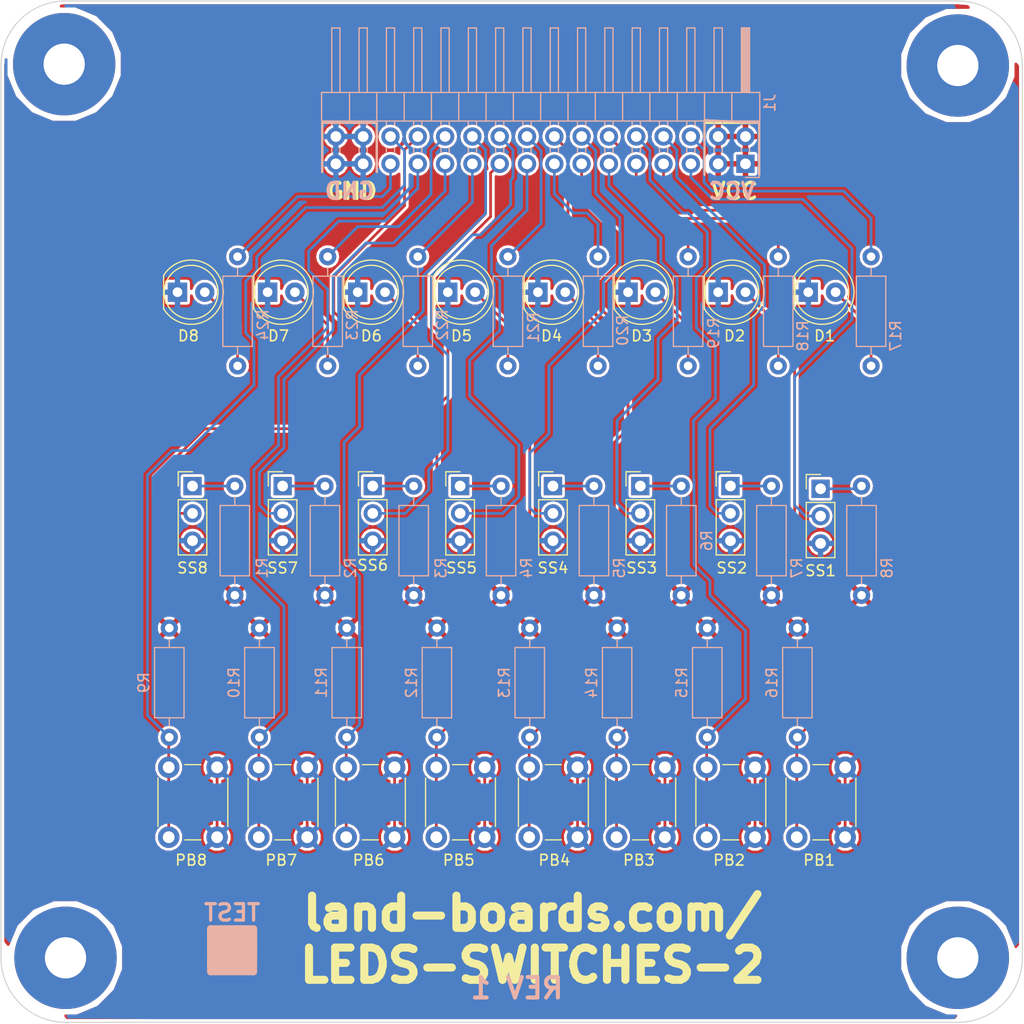
<source format=kicad_pcb>
(kicad_pcb (version 20171130) (host pcbnew "(5.1.5)-3")
  (title_block (title ESP32-VGA) (date 2020-02-19) (rev 2) (company land-boards.com))
  (layers (0 F.Cu signal) (31 B.Cu signal) (36 B.SilkS user) (37 F.SilkS user) (38 B.Mask user hide) (39 F.Mask user) (44 Edge.Cuts user))
  (net 0 "")
  (net 1 "Net-(D1-Pad2)")
  (net 2 "Net-(D2-Pad2)")
  (net 3 "Net-(D3-Pad2)")
  (net 4 "Net-(D4-Pad2)")
  (net 5 "Net-(D5-Pad2)")
  (net 6 "Net-(D6-Pad2)")
  (net 7 "Net-(D7-Pad2)")
  (net 8 "Net-(D8-Pad2)")
  (net 9 "Net-(R1-Pad2)")
  (net 10 "Net-(R2-Pad2)")
  (net 11 "Net-(R3-Pad2)")
  (net 12 "Net-(R4-Pad2)")
  (net 13 "Net-(R5-Pad2)")
  (net 14 "Net-(R6-Pad2)")
  (net 15 "Net-(R7-Pad2)")
  (net 16 "Net-(R8-Pad2)")
  (net 17 VCC)
  (net 18 /SS1)
  (net 19 /SS2)
  (net 20 /SS3)
  (net 21 /SS4)
  (net 22 /SS5)
  (net 23 /SS6)
  (net 24 /SS7)
  (net 25 /SS8)
  (net 26 /PB1)
  (net 27 /PB2)
  (net 28 /PB3)
  (net 29 /PB4)
  (net 30 /PB5)
  (net 31 /PB6)
  (net 32 /PB7)
  (net 33 /PB8)
  (net 34 /LED1)
  (net 35 /LED2)
  (net 36 /LED3)
  (net 37 /LED4)
  (net 38 /LED5)
  (net 39 /LED6)
  (net 40 /LED7)
  (net 41 GND)
  (net 42 /LED8)
  (module Resistor_THT:R_Axial_DIN0207_L6.3mm_D2.5mm_P10.16mm_Horizontal (layer B.Cu) (at 32.004 43.942 90)
    (fp_text reference R24 (at 3.81 2.37 270) (layer B.SilkS) (effects (justify mirror)))
    (fp_text value 560)
    (pad 2 thru_hole oval (at 10.16 0 90) (size 1.6 1.6) (drill 0.8) (layers *.Cu *.Mask) (net 42 /LED8))
    (pad 1 thru_hole circle (at 0 0 90) (size 1.6 1.6) (drill 0.8) (layers *.Cu *.Mask) (net 8 "Net-(D8-Pad2)"))
  )
  (module Connector_PinHeader_2.54mm:PinHeader_2x16_P2.54mm_Horizontal (layer B.Cu) (at 79.248 25.146 90)
    (fp_text reference J1 (at 5.655 2.27 90) (layer B.SilkS) (effects (justify mirror)))
    (fp_text value Conn_02x16_Odd_Even)
    (pad 1 thru_hole rect (at 0 0 90) (size 1.7 1.7) (drill 1) (layers *.Cu *.Mask) (net 17 VCC))
    (pad 2 thru_hole oval (at 2.54 0 90) (size 1.7 1.7) (drill 1) (layers *.Cu *.Mask) (net 17 VCC))
    (pad 3 thru_hole oval (at 0 -2.54 90) (size 1.7 1.7) (drill 1) (layers *.Cu *.Mask) (net 17 VCC))
    (pad 4 thru_hole oval (at 2.54 -2.54 90) (size 1.7 1.7) (drill 1) (layers *.Cu *.Mask) (net 17 VCC))
    (pad 5 thru_hole oval (at 0 -5.08 90) (size 1.7 1.7) (drill 1) (layers *.Cu *.Mask) (net 18 /SS1))
    (pad 6 thru_hole oval (at 2.54 -5.08 90) (size 1.7 1.7) (drill 1) (layers *.Cu *.Mask) (net 34 /LED1))
    (pad 7 thru_hole oval (at 0 -7.62 90) (size 1.7 1.7) (drill 1) (layers *.Cu *.Mask) (net 26 /PB1))
    (pad 8 thru_hole oval (at 2.54 -7.62 90) (size 1.7 1.7) (drill 1) (layers *.Cu *.Mask) (net 19 /SS2))
    (pad 9 thru_hole oval (at 0 -10.16 90) (size 1.7 1.7) (drill 1) (layers *.Cu *.Mask) (net 35 /LED2))
    (pad 10 thru_hole oval (at 2.54 -10.16 90) (size 1.7 1.7) (drill 1) (layers *.Cu *.Mask) (net 27 /PB2))
    (pad 11 thru_hole oval (at 0 -12.7 90) (size 1.7 1.7) (drill 1) (layers *.Cu *.Mask) (net 20 /SS3))
    (pad 12 thru_hole oval (at 2.54 -12.7 90) (size 1.7 1.7) (drill 1) (layers *.Cu *.Mask) (net 36 /LED3))
    (pad 13 thru_hole oval (at 0 -15.24 90) (size 1.7 1.7) (drill 1) (layers *.Cu *.Mask) (net 28 /PB3))
    (pad 14 thru_hole oval (at 2.54 -15.24 90) (size 1.7 1.7) (drill 1) (layers *.Cu *.Mask) (net 21 /SS4))
    (pad 15 thru_hole oval (at 0 -17.78 90) (size 1.7 1.7) (drill 1) (layers *.Cu *.Mask) (net 37 /LED4))
    (pad 16 thru_hole oval (at 2.54 -17.78 90) (size 1.7 1.7) (drill 1) (layers *.Cu *.Mask) (net 29 /PB4))
    (pad 17 thru_hole oval (at 0 -20.32 90) (size 1.7 1.7) (drill 1) (layers *.Cu *.Mask) (net 22 /SS5))
    (pad 18 thru_hole oval (at 2.54 -20.32 90) (size 1.7 1.7) (drill 1) (layers *.Cu *.Mask) (net 38 /LED5))
    (pad 19 thru_hole oval (at 0 -22.86 90) (size 1.7 1.7) (drill 1) (layers *.Cu *.Mask) (net 30 /PB5))
    (pad 20 thru_hole oval (at 2.54 -22.86 90) (size 1.7 1.7) (drill 1) (layers *.Cu *.Mask) (net 23 /SS6))
    (pad 21 thru_hole oval (at 0 -25.4 90) (size 1.7 1.7) (drill 1) (layers *.Cu *.Mask) (net 39 /LED6))
    (pad 22 thru_hole oval (at 2.54 -25.4 90) (size 1.7 1.7) (drill 1) (layers *.Cu *.Mask) (net 31 /PB6))
    (pad 23 thru_hole oval (at 0 -27.94 90) (size 1.7 1.7) (drill 1) (layers *.Cu *.Mask) (net 24 /SS7))
    (pad 24 thru_hole oval (at 2.54 -27.94 90) (size 1.7 1.7) (drill 1) (layers *.Cu *.Mask) (net 40 /LED7))
    (pad 25 thru_hole oval (at 0 -30.48 90) (size 1.7 1.7) (drill 1) (layers *.Cu *.Mask) (net 32 /PB7))
    (pad 26 thru_hole oval (at 2.54 -30.48 90) (size 1.7 1.7) (drill 1) (layers *.Cu *.Mask) (net 25 /SS8))
    (pad 27 thru_hole oval (at 0 -33.02 90) (size 1.7 1.7) (drill 1) (layers *.Cu *.Mask) (net 42 /LED8))
    (pad 28 thru_hole oval (at 2.54 -33.02 90) (size 1.7 1.7) (drill 1) (layers *.Cu *.Mask) (net 33 /PB8))
    (pad 29 thru_hole oval (at 0 -35.56 90) (size 1.7 1.7) (drill 1) (layers *.Cu *.Mask) (net 41 GND))
    (pad 30 thru_hole oval (at 2.54 -35.56 90) (size 1.7 1.7) (drill 1) (layers *.Cu *.Mask) (net 41 GND))
    (pad 31 thru_hole oval (at 0 -38.1 90) (size 1.7 1.7) (drill 1) (layers *.Cu *.Mask) (net 41 GND))
    (pad 32 thru_hole oval (at 2.54 -38.1 90) (size 1.7 1.7) (drill 1) (layers *.Cu *.Mask) (net 41 GND))
  )
  (module LandBoards_MountHoles:MTG-6-32 (layer F.Cu) (at 15.875 15.875)
    (fp_text reference MTG1 hide)
    (fp_text value MTG_HOLE hide)
    (pad 1 thru_hole circle (at 0 0) (size 9.525 9.525) (drill 3.8354) (layers *.Cu *.Mask) (clearance 0.508))
  )
  (module LandBoards_MountHoles:MTG-6-32 (layer F.Cu) (at 99 99)
    (fp_text reference MTG2 hide)
    (fp_text value MTG_HOLE hide)
    (pad 1 thru_hole circle (at 0 0) (size 9.525 9.525) (drill 3.8354) (layers *.Cu *.Mask) (clearance 0.508))
  )
  (module LandBoards_MountHoles:MTG-6-32 (layer F.Cu) (at 16 99)
    (fp_text reference MTG3 hide)
    (fp_text value MTG_HOLE hide)
    (pad 1 thru_hole circle (at 0 0) (size 9.525 9.525) (drill 3.8354) (layers *.Cu *.Mask) (clearance 0.508))
  )
  (module LandBoards_MountHoles:MTG-6-32 (layer F.Cu) (at 99 16)
    (fp_text reference MTG?1 hide)
    (fp_text value MTG_HOLE hide)
    (pad 1 thru_hole circle (at 0 0) (size 9.525 9.525) (drill 3.8354) (layers *.Cu *.Mask) (clearance 0.508))
  )
  (module LED_THT:LED_D5.0mm (layer F.Cu) (at 85.09 37.084)
    (fp_text reference D1 (at 1.524 4.064) (layer F.SilkS))
    (fp_text value LED-fixed)
    (pad 2 thru_hole circle (at 2.54 0) (size 1.8 1.8) (drill 0.9) (layers *.Cu *.Mask) (net 1 "Net-(D1-Pad2)"))
    (pad 1 thru_hole rect (at 0 0) (size 1.8 1.8) (drill 0.9) (layers *.Cu *.Mask) (net 41 GND))
  )
  (module LED_THT:LED_D5.0mm (layer F.Cu) (at 76.708 37.084)
    (fp_text reference D2 (at 1.524 4.064) (layer F.SilkS))
    (fp_text value LED-fixed)
    (pad 1 thru_hole rect (at 0 0) (size 1.8 1.8) (drill 0.9) (layers *.Cu *.Mask) (net 41 GND))
    (pad 2 thru_hole circle (at 2.54 0) (size 1.8 1.8) (drill 0.9) (layers *.Cu *.Mask) (net 2 "Net-(D2-Pad2)"))
  )
  (module LED_THT:LED_D5.0mm (layer F.Cu) (at 68.326 37.084)
    (fp_text reference D3 (at 1.27 4.064) (layer F.SilkS))
    (fp_text value LED-fixed)
    (pad 1 thru_hole rect (at 0 0) (size 1.8 1.8) (drill 0.9) (layers *.Cu *.Mask) (net 41 GND))
    (pad 2 thru_hole circle (at 2.54 0) (size 1.8 1.8) (drill 0.9) (layers *.Cu *.Mask) (net 3 "Net-(D3-Pad2)"))
  )
  (module LED_THT:LED_D5.0mm (layer F.Cu) (at 59.944 37.084)
    (fp_text reference D4 (at 1.27 4.064) (layer F.SilkS))
    (fp_text value LED-fixed)
    (pad 2 thru_hole circle (at 2.54 0) (size 1.8 1.8) (drill 0.9) (layers *.Cu *.Mask) (net 4 "Net-(D4-Pad2)"))
    (pad 1 thru_hole rect (at 0 0) (size 1.8 1.8) (drill 0.9) (layers *.Cu *.Mask) (net 41 GND))
  )
  (module LED_THT:LED_D5.0mm (layer F.Cu) (at 51.562 37.084)
    (fp_text reference D5 (at 1.27 4.064) (layer F.SilkS))
    (fp_text value LED-fixed)
    (pad 1 thru_hole rect (at 0 0) (size 1.8 1.8) (drill 0.9) (layers *.Cu *.Mask) (net 41 GND))
    (pad 2 thru_hole circle (at 2.54 0) (size 1.8 1.8) (drill 0.9) (layers *.Cu *.Mask) (net 5 "Net-(D5-Pad2)"))
  )
  (module LED_THT:LED_D5.0mm (layer F.Cu) (at 43.18 37.084)
    (fp_text reference D6 (at 1.27 4.064) (layer F.SilkS))
    (fp_text value LED-fixed)
    (pad 2 thru_hole circle (at 2.54 0) (size 1.8 1.8) (drill 0.9) (layers *.Cu *.Mask) (net 6 "Net-(D6-Pad2)"))
    (pad 1 thru_hole rect (at 0 0) (size 1.8 1.8) (drill 0.9) (layers *.Cu *.Mask) (net 41 GND))
  )
  (module LED_THT:LED_D5.0mm (layer F.Cu) (at 34.798 37.084)
    (fp_text reference D7 (at 1.016 4.064) (layer F.SilkS))
    (fp_text value LED-fixed)
    (pad 1 thru_hole rect (at 0 0) (size 1.8 1.8) (drill 0.9) (layers *.Cu *.Mask) (net 41 GND))
    (pad 2 thru_hole circle (at 2.54 0) (size 1.8 1.8) (drill 0.9) (layers *.Cu *.Mask) (net 7 "Net-(D7-Pad2)"))
  )
  (module LED_THT:LED_D5.0mm (layer F.Cu) (at 26.416 37.084)
    (fp_text reference D8 (at 1.016 4.064) (layer F.SilkS))
    (fp_text value LED-fixed)
    (pad 2 thru_hole circle (at 2.54 0) (size 1.8 1.8) (drill 0.9) (layers *.Cu *.Mask) (net 8 "Net-(D8-Pad2)"))
    (pad 1 thru_hole rect (at 0 0) (size 1.8 1.8) (drill 0.9) (layers *.Cu *.Mask) (net 41 GND))
  )
  (module Resistor_THT:R_Axial_DIN0207_L6.3mm_D2.5mm_P10.16mm_Horizontal (layer B.Cu) (at 31.75 65.278 90)
    (fp_text reference R1 (at 2.54 2.54 90) (layer B.SilkS) (effects (justify mirror)))
    (fp_text value 10K)
    (pad 1 thru_hole circle (at 0 0 90) (size 1.6 1.6) (drill 0.8) (layers *.Cu *.Mask) (net 17 VCC))
    (pad 2 thru_hole oval (at 10.16 0 90) (size 1.6 1.6) (drill 0.8) (layers *.Cu *.Mask) (net 9 "Net-(R1-Pad2)"))
  )
  (module Resistor_THT:R_Axial_DIN0207_L6.3mm_D2.5mm_P10.16mm_Horizontal (layer B.Cu) (at 40.132 65.278 90)
    (fp_text reference R2 (at 2.54 2.37 90) (layer B.SilkS) (effects (justify mirror)))
    (fp_text value 10K)
    (pad 1 thru_hole circle (at 0 0 90) (size 1.6 1.6) (drill 0.8) (layers *.Cu *.Mask) (net 17 VCC))
    (pad 2 thru_hole oval (at 10.16 0 90) (size 1.6 1.6) (drill 0.8) (layers *.Cu *.Mask) (net 10 "Net-(R2-Pad2)"))
  )
  (module Resistor_THT:R_Axial_DIN0207_L6.3mm_D2.5mm_P10.16mm_Horizontal (layer B.Cu) (at 48.387 65.278 90)
    (fp_text reference R3 (at 2.54 2.54 90) (layer B.SilkS) (effects (justify mirror)))
    (fp_text value 10K)
    (pad 2 thru_hole oval (at 10.16 0 90) (size 1.6 1.6) (drill 0.8) (layers *.Cu *.Mask) (net 11 "Net-(R3-Pad2)"))
    (pad 1 thru_hole circle (at 0 0 90) (size 1.6 1.6) (drill 0.8) (layers *.Cu *.Mask) (net 17 VCC))
  )
  (module Resistor_THT:R_Axial_DIN0207_L6.3mm_D2.5mm_P10.16mm_Horizontal (layer B.Cu) (at 56.515 65.278 90)
    (fp_text reference R4 (at 2.54 2.37 90) (layer B.SilkS) (effects (justify mirror)))
    (fp_text value 10K)
    (pad 1 thru_hole circle (at 0 0 90) (size 1.6 1.6) (drill 0.8) (layers *.Cu *.Mask) (net 17 VCC))
    (pad 2 thru_hole oval (at 10.16 0 90) (size 1.6 1.6) (drill 0.8) (layers *.Cu *.Mask) (net 12 "Net-(R4-Pad2)"))
  )
  (module Resistor_THT:R_Axial_DIN0207_L6.3mm_D2.5mm_P10.16mm_Horizontal (layer B.Cu) (at 65.151 65.278 90)
    (fp_text reference R5 (at 2.54 2.37 90) (layer B.SilkS) (effects (justify mirror)))
    (fp_text value 10K)
    (pad 2 thru_hole oval (at 10.16 0 90) (size 1.6 1.6) (drill 0.8) (layers *.Cu *.Mask) (net 13 "Net-(R5-Pad2)"))
    (pad 1 thru_hole circle (at 0 0 90) (size 1.6 1.6) (drill 0.8) (layers *.Cu *.Mask) (net 17 VCC))
  )
  (module Resistor_THT:R_Axial_DIN0207_L6.3mm_D2.5mm_P10.16mm_Horizontal (layer B.Cu) (at 73.279 65.278 90)
    (fp_text reference R6 (at 5.08 2.37 90) (layer B.SilkS) (effects (justify mirror)))
    (fp_text value 10K)
    (pad 2 thru_hole oval (at 10.16 0 90) (size 1.6 1.6) (drill 0.8) (layers *.Cu *.Mask) (net 14 "Net-(R6-Pad2)"))
    (pad 1 thru_hole circle (at 0 0 90) (size 1.6 1.6) (drill 0.8) (layers *.Cu *.Mask) (net 17 VCC))
  )
  (module Resistor_THT:R_Axial_DIN0207_L6.3mm_D2.5mm_P10.16mm_Horizontal (layer B.Cu) (at 81.661 65.278 90)
    (fp_text reference R7 (at 2.54 2.37 90) (layer B.SilkS) (effects (justify mirror)))
    (fp_text value 10K)
    (pad 1 thru_hole circle (at 0 0 90) (size 1.6 1.6) (drill 0.8) (layers *.Cu *.Mask) (net 17 VCC))
    (pad 2 thru_hole oval (at 10.16 0 90) (size 1.6 1.6) (drill 0.8) (layers *.Cu *.Mask) (net 15 "Net-(R7-Pad2)"))
  )
  (module Resistor_THT:R_Axial_DIN0207_L6.3mm_D2.5mm_P10.16mm_Horizontal (layer B.Cu) (at 90.043 65.278 90)
    (fp_text reference R8 (at 2.54 2.37 90) (layer B.SilkS) (effects (justify mirror)))
    (fp_text value 10K)
    (pad 2 thru_hole oval (at 10.16 0 90) (size 1.6 1.6) (drill 0.8) (layers *.Cu *.Mask) (net 16 "Net-(R8-Pad2)"))
    (pad 1 thru_hole circle (at 0 0 90) (size 1.6 1.6) (drill 0.8) (layers *.Cu *.Mask) (net 17 VCC))
  )
  (module Resistor_THT:R_Axial_DIN0207_L6.3mm_D2.5mm_P10.16mm_Horizontal (layer B.Cu) (at 25.654 68.326 270)
    (fp_text reference R9 (at 5.08 2.37 90) (layer B.SilkS) (effects (justify mirror)))
    (fp_text value 10K)
    (pad 1 thru_hole circle (at 0 0 270) (size 1.6 1.6) (drill 0.8) (layers *.Cu *.Mask) (net 17 VCC))
    (pad 2 thru_hole oval (at 10.16 0 270) (size 1.6 1.6) (drill 0.8) (layers *.Cu *.Mask) (net 33 /PB8))
  )
  (module Resistor_THT:R_Axial_DIN0207_L6.3mm_D2.5mm_P10.16mm_Horizontal (layer B.Cu) (at 34.036 68.326 270)
    (fp_text reference R10 (at 5.08 2.37 90) (layer B.SilkS) (effects (justify mirror)))
    (fp_text value 10K)
    (pad 2 thru_hole oval (at 10.16 0 270) (size 1.6 1.6) (drill 0.8) (layers *.Cu *.Mask) (net 32 /PB7))
    (pad 1 thru_hole circle (at 0 0 270) (size 1.6 1.6) (drill 0.8) (layers *.Cu *.Mask) (net 17 VCC))
  )
  (module Resistor_THT:R_Axial_DIN0207_L6.3mm_D2.5mm_P10.16mm_Horizontal (layer B.Cu) (at 42.164 68.326 270)
    (fp_text reference R11 (at 5.08 2.37 90) (layer B.SilkS) (effects (justify mirror)))
    (fp_text value 10K)
    (pad 1 thru_hole circle (at 0 0 270) (size 1.6 1.6) (drill 0.8) (layers *.Cu *.Mask) (net 17 VCC))
    (pad 2 thru_hole oval (at 10.16 0 270) (size 1.6 1.6) (drill 0.8) (layers *.Cu *.Mask) (net 31 /PB6))
  )
  (module Resistor_THT:R_Axial_DIN0207_L6.3mm_D2.5mm_P10.16mm_Horizontal (layer B.Cu) (at 50.546 68.326 270)
    (fp_text reference R12 (at 5.08 2.37 90) (layer B.SilkS) (effects (justify mirror)))
    (fp_text value 10K)
    (pad 2 thru_hole oval (at 10.16 0 270) (size 1.6 1.6) (drill 0.8) (layers *.Cu *.Mask) (net 30 /PB5))
    (pad 1 thru_hole circle (at 0 0 270) (size 1.6 1.6) (drill 0.8) (layers *.Cu *.Mask) (net 17 VCC))
  )
  (module Resistor_THT:R_Axial_DIN0207_L6.3mm_D2.5mm_P10.16mm_Horizontal (layer B.Cu) (at 59.182 68.326 270)
    (fp_text reference R13 (at 5.08 2.37 90) (layer B.SilkS) (effects (justify mirror)))
    (fp_text value 10K)
    (pad 1 thru_hole circle (at 0 0 270) (size 1.6 1.6) (drill 0.8) (layers *.Cu *.Mask) (net 17 VCC))
    (pad 2 thru_hole oval (at 10.16 0 270) (size 1.6 1.6) (drill 0.8) (layers *.Cu *.Mask) (net 29 /PB4))
  )
  (module Resistor_THT:R_Axial_DIN0207_L6.3mm_D2.5mm_P10.16mm_Horizontal (layer B.Cu) (at 67.31 68.326 270)
    (fp_text reference R14 (at 5.08 2.37 90) (layer B.SilkS) (effects (justify mirror)))
    (fp_text value 10K)
    (pad 2 thru_hole oval (at 10.16 0 270) (size 1.6 1.6) (drill 0.8) (layers *.Cu *.Mask) (net 28 /PB3))
    (pad 1 thru_hole circle (at 0 0 270) (size 1.6 1.6) (drill 0.8) (layers *.Cu *.Mask) (net 17 VCC))
  )
  (module Resistor_THT:R_Axial_DIN0207_L6.3mm_D2.5mm_P10.16mm_Horizontal (layer B.Cu) (at 75.692 68.326 270)
    (fp_text reference R15 (at 5.08 2.37 90) (layer B.SilkS) (effects (justify mirror)))
    (fp_text value 10K)
    (pad 1 thru_hole circle (at 0 0 270) (size 1.6 1.6) (drill 0.8) (layers *.Cu *.Mask) (net 17 VCC))
    (pad 2 thru_hole oval (at 10.16 0 270) (size 1.6 1.6) (drill 0.8) (layers *.Cu *.Mask) (net 27 /PB2))
  )
  (module Resistor_THT:R_Axial_DIN0207_L6.3mm_D2.5mm_P10.16mm_Horizontal (layer B.Cu) (at 84.074 68.326 270)
    (fp_text reference R16 (at 5.08 2.37 90) (layer B.SilkS) (effects (justify mirror)))
    (fp_text value 10K)
    (pad 2 thru_hole oval (at 10.16 0 270) (size 1.6 1.6) (drill 0.8) (layers *.Cu *.Mask) (net 26 /PB1))
    (pad 1 thru_hole circle (at 0 0 270) (size 1.6 1.6) (drill 0.8) (layers *.Cu *.Mask) (net 17 VCC))
  )
  (module Resistor_THT:R_Axial_DIN0207_L6.3mm_D2.5mm_P10.16mm_Horizontal (layer B.Cu) (at 90.932 43.942 90)
    (fp_text reference R17 (at 2.794 2.286 270) (layer B.SilkS) (effects (justify mirror)))
    (fp_text value 560)
    (pad 1 thru_hole circle (at 0 0 90) (size 1.6 1.6) (drill 0.8) (layers *.Cu *.Mask) (net 1 "Net-(D1-Pad2)"))
    (pad 2 thru_hole oval (at 10.16 0 90) (size 1.6 1.6) (drill 0.8) (layers *.Cu *.Mask) (net 34 /LED1))
  )
  (module Resistor_THT:R_Axial_DIN0207_L6.3mm_D2.5mm_P10.16mm_Horizontal (layer B.Cu) (at 82.296 43.942 90)
    (fp_text reference R18 (at 2.794 2.286 270) (layer B.SilkS) (effects (justify mirror)))
    (fp_text value 560)
    (pad 2 thru_hole oval (at 10.16 0 90) (size 1.6 1.6) (drill 0.8) (layers *.Cu *.Mask) (net 35 /LED2))
    (pad 1 thru_hole circle (at 0 0 90) (size 1.6 1.6) (drill 0.8) (layers *.Cu *.Mask) (net 2 "Net-(D2-Pad2)"))
  )
  (module Resistor_THT:R_Axial_DIN0207_L6.3mm_D2.5mm_P10.16mm_Horizontal (layer B.Cu) (at 73.914 43.942 90)
    (fp_text reference R19 (at 3.048 2.37 270) (layer B.SilkS) (effects (justify mirror)))
    (fp_text value 560)
    (pad 1 thru_hole circle (at 0 0 90) (size 1.6 1.6) (drill 0.8) (layers *.Cu *.Mask) (net 3 "Net-(D3-Pad2)"))
    (pad 2 thru_hole oval (at 10.16 0 90) (size 1.6 1.6) (drill 0.8) (layers *.Cu *.Mask) (net 36 /LED3))
  )
  (module Resistor_THT:R_Axial_DIN0207_L6.3mm_D2.5mm_P10.16mm_Horizontal (layer B.Cu) (at 65.532 43.942 90)
    (fp_text reference R20 (at 3.302 2.286 270) (layer B.SilkS) (effects (justify mirror)))
    (fp_text value 560)
    (pad 2 thru_hole oval (at 10.16 0 90) (size 1.6 1.6) (drill 0.8) (layers *.Cu *.Mask) (net 37 /LED4))
    (pad 1 thru_hole circle (at 0 0 90) (size 1.6 1.6) (drill 0.8) (layers *.Cu *.Mask) (net 4 "Net-(D4-Pad2)"))
  )
  (module Resistor_THT:R_Axial_DIN0207_L6.3mm_D2.5mm_P10.16mm_Horizontal (layer B.Cu) (at 57.15 43.942 90)
    (fp_text reference R21 (at 3.556 2.37 270) (layer B.SilkS) (effects (justify mirror)))
    (fp_text value 560)
    (pad 1 thru_hole circle (at 0 0 90) (size 1.6 1.6) (drill 0.8) (layers *.Cu *.Mask) (net 5 "Net-(D5-Pad2)"))
    (pad 2 thru_hole oval (at 10.16 0 90) (size 1.6 1.6) (drill 0.8) (layers *.Cu *.Mask) (net 38 /LED5))
  )
  (module Resistor_THT:R_Axial_DIN0207_L6.3mm_D2.5mm_P10.16mm_Horizontal (layer B.Cu) (at 48.768 43.942 90)
    (fp_text reference R22 (at 3.81 2.286 270) (layer B.SilkS) (effects (justify mirror)))
    (fp_text value 560)
    (pad 2 thru_hole oval (at 10.16 0 90) (size 1.6 1.6) (drill 0.8) (layers *.Cu *.Mask) (net 39 /LED6))
    (pad 1 thru_hole circle (at 0 0 90) (size 1.6 1.6) (drill 0.8) (layers *.Cu *.Mask) (net 6 "Net-(D6-Pad2)"))
  )
  (module Resistor_THT:R_Axial_DIN0207_L6.3mm_D2.5mm_P10.16mm_Horizontal (layer B.Cu) (at 40.386 43.942 90)
    (fp_text reference R23 (at 3.81 2.286 270) (layer B.SilkS) (effects (justify mirror)))
    (fp_text value 560)
    (pad 1 thru_hole circle (at 0 0 90) (size 1.6 1.6) (drill 0.8) (layers *.Cu *.Mask) (net 7 "Net-(D7-Pad2)"))
    (pad 2 thru_hole oval (at 10.16 0 90) (size 1.6 1.6) (drill 0.8) (layers *.Cu *.Mask) (net 40 /LED7))
  )
  (module Connector_PinHeader_2.54mm:PinHeader_1x03_P2.54mm_Vertical (layer F.Cu) (at 27.813 55.118)
    (fp_text reference SS8 (at 0 7.62) (layer F.SilkS))
    (fp_text value SW_SPDT)
    (pad 3 thru_hole oval (at 0 5.08) (size 1.7 1.7) (drill 1) (layers *.Cu *.Mask) (net 41 GND))
    (pad 2 thru_hole oval (at 0 2.54) (size 1.7 1.7) (drill 1) (layers *.Cu *.Mask) (net 25 /SS8))
    (pad 1 thru_hole rect (at 0 0) (size 1.7 1.7) (drill 1) (layers *.Cu *.Mask) (net 9 "Net-(R1-Pad2)"))
  )
  (module Connector_PinHeader_2.54mm:PinHeader_1x03_P2.54mm_Vertical (layer F.Cu) (at 36.195 55.118)
    (fp_text reference SS7 (at 0 7.62) (layer F.SilkS))
    (fp_text value SW_SPDT)
    (pad 1 thru_hole rect (at 0 0) (size 1.7 1.7) (drill 1) (layers *.Cu *.Mask) (net 10 "Net-(R2-Pad2)"))
    (pad 2 thru_hole oval (at 0 2.54) (size 1.7 1.7) (drill 1) (layers *.Cu *.Mask) (net 24 /SS7))
    (pad 3 thru_hole oval (at 0 5.08) (size 1.7 1.7) (drill 1) (layers *.Cu *.Mask) (net 41 GND))
  )
  (module Connector_PinHeader_2.54mm:PinHeader_1x03_P2.54mm_Vertical (layer F.Cu) (at 44.577 55.118)
    (fp_text reference SS6 (at 0 7.366) (layer F.SilkS))
    (fp_text value SW_SPDT)
    (pad 3 thru_hole oval (at 0 5.08) (size 1.7 1.7) (drill 1) (layers *.Cu *.Mask) (net 41 GND))
    (pad 2 thru_hole oval (at 0 2.54) (size 1.7 1.7) (drill 1) (layers *.Cu *.Mask) (net 23 /SS6))
    (pad 1 thru_hole rect (at 0 0) (size 1.7 1.7) (drill 1) (layers *.Cu *.Mask) (net 11 "Net-(R3-Pad2)"))
  )
  (module Connector_PinHeader_2.54mm:PinHeader_1x03_P2.54mm_Vertical (layer F.Cu) (at 52.705 55.118)
    (fp_text reference SS5 (at 0.127 7.62) (layer F.SilkS))
    (fp_text value SW_SPDT)
    (pad 1 thru_hole rect (at 0 0) (size 1.7 1.7) (drill 1) (layers *.Cu *.Mask) (net 12 "Net-(R4-Pad2)"))
    (pad 2 thru_hole oval (at 0 2.54) (size 1.7 1.7) (drill 1) (layers *.Cu *.Mask) (net 22 /SS5))
    (pad 3 thru_hole oval (at 0 5.08) (size 1.7 1.7) (drill 1) (layers *.Cu *.Mask) (net 41 GND))
  )
  (module Connector_PinHeader_2.54mm:PinHeader_1x03_P2.54mm_Vertical (layer F.Cu) (at 61.341 55.118)
    (fp_text reference SS4 (at 0 7.62) (layer F.SilkS))
    (fp_text value SW_SPDT)
    (pad 3 thru_hole oval (at 0 5.08) (size 1.7 1.7) (drill 1) (layers *.Cu *.Mask) (net 41 GND))
    (pad 2 thru_hole oval (at 0 2.54) (size 1.7 1.7) (drill 1) (layers *.Cu *.Mask) (net 21 /SS4))
    (pad 1 thru_hole rect (at 0 0) (size 1.7 1.7) (drill 1) (layers *.Cu *.Mask) (net 13 "Net-(R5-Pad2)"))
  )
  (module Connector_PinHeader_2.54mm:PinHeader_1x03_P2.54mm_Vertical (layer F.Cu) (at 69.469 55.118)
    (fp_text reference SS3 (at 0.127 7.62) (layer F.SilkS))
    (fp_text value SW_SPDT)
    (pad 1 thru_hole rect (at 0 0) (size 1.7 1.7) (drill 1) (layers *.Cu *.Mask) (net 14 "Net-(R6-Pad2)"))
    (pad 2 thru_hole oval (at 0 2.54) (size 1.7 1.7) (drill 1) (layers *.Cu *.Mask) (net 20 /SS3))
    (pad 3 thru_hole oval (at 0 5.08) (size 1.7 1.7) (drill 1) (layers *.Cu *.Mask) (net 41 GND))
  )
  (module Connector_PinHeader_2.54mm:PinHeader_1x03_P2.54mm_Vertical (layer F.Cu) (at 77.851 55.118)
    (fp_text reference SS2 (at 0.127 7.62) (layer F.SilkS))
    (fp_text value SW_SPDT)
    (pad 3 thru_hole oval (at 0 5.08) (size 1.7 1.7) (drill 1) (layers *.Cu *.Mask) (net 41 GND))
    (pad 2 thru_hole oval (at 0 2.54) (size 1.7 1.7) (drill 1) (layers *.Cu *.Mask) (net 19 /SS2))
    (pad 1 thru_hole rect (at 0 0) (size 1.7 1.7) (drill 1) (layers *.Cu *.Mask) (net 15 "Net-(R7-Pad2)"))
  )
  (module Connector_PinHeader_2.54mm:PinHeader_1x03_P2.54mm_Vertical (layer F.Cu) (at 86.233 55.372)
    (fp_text reference SS1 (at 0 7.62) (layer F.SilkS))
    (fp_text value SW_SPDT)
    (pad 1 thru_hole rect (at 0 0) (size 1.7 1.7) (drill 1) (layers *.Cu *.Mask) (net 16 "Net-(R8-Pad2)"))
    (pad 2 thru_hole oval (at 0 2.54) (size 1.7 1.7) (drill 1) (layers *.Cu *.Mask) (net 18 /SS1))
    (pad 3 thru_hole oval (at 0 5.08) (size 1.7 1.7) (drill 1) (layers *.Cu *.Mask) (net 41 GND))
  )
  (module Button_Switch_THT:SW_PUSH_6mm_H8.5mm (layer F.Cu) (at 30.099 81.28 270)
    (fp_text reference PB8 (at 8.636 2.413 180) (layer F.SilkS))
    (fp_text value SW_Push)
    (pad 2 thru_hole circle (at 0 4.5) (size 2 2) (drill 1.1) (layers *.Cu *.Mask) (net 33 /PB8))
    (pad 1 thru_hole circle (at 0 0) (size 2 2) (drill 1.1) (layers *.Cu *.Mask) (net 41 GND))
    (pad 2 thru_hole circle (at 6.5 4.5) (size 2 2) (drill 1.1) (layers *.Cu *.Mask) (net 33 /PB8))
    (pad 1 thru_hole circle (at 6.5 0) (size 2 2) (drill 1.1) (layers *.Cu *.Mask) (net 41 GND))
  )
  (module Button_Switch_THT:SW_PUSH_6mm_H8.5mm (layer F.Cu) (at 38.481 81.28 270)
    (fp_text reference PB7 (at 8.636 2.413 180) (layer F.SilkS))
    (fp_text value SW_Push)
    (pad 1 thru_hole circle (at 6.5 0) (size 2 2) (drill 1.1) (layers *.Cu *.Mask) (net 41 GND))
    (pad 2 thru_hole circle (at 6.5 4.5) (size 2 2) (drill 1.1) (layers *.Cu *.Mask) (net 32 /PB7))
    (pad 1 thru_hole circle (at 0 0) (size 2 2) (drill 1.1) (layers *.Cu *.Mask) (net 41 GND))
    (pad 2 thru_hole circle (at 0 4.5) (size 2 2) (drill 1.1) (layers *.Cu *.Mask) (net 32 /PB7))
  )
  (module Button_Switch_THT:SW_PUSH_6mm_H8.5mm (layer F.Cu) (at 46.609 81.28 270)
    (fp_text reference PB6 (at 8.636 2.413 180) (layer F.SilkS))
    (fp_text value SW_Push)
    (pad 2 thru_hole circle (at 0 4.5) (size 2 2) (drill 1.1) (layers *.Cu *.Mask) (net 31 /PB6))
    (pad 1 thru_hole circle (at 0 0) (size 2 2) (drill 1.1) (layers *.Cu *.Mask) (net 41 GND))
    (pad 2 thru_hole circle (at 6.5 4.5) (size 2 2) (drill 1.1) (layers *.Cu *.Mask) (net 31 /PB6))
    (pad 1 thru_hole circle (at 6.5 0) (size 2 2) (drill 1.1) (layers *.Cu *.Mask) (net 41 GND))
  )
  (module Button_Switch_THT:SW_PUSH_6mm_H8.5mm (layer F.Cu) (at 54.991 81.28 270)
    (fp_text reference PB5 (at 8.636 2.413 180) (layer F.SilkS))
    (fp_text value SW_Push)
    (pad 1 thru_hole circle (at 6.5 0) (size 2 2) (drill 1.1) (layers *.Cu *.Mask) (net 41 GND))
    (pad 2 thru_hole circle (at 6.5 4.5) (size 2 2) (drill 1.1) (layers *.Cu *.Mask) (net 30 /PB5))
    (pad 1 thru_hole circle (at 0 0) (size 2 2) (drill 1.1) (layers *.Cu *.Mask) (net 41 GND))
    (pad 2 thru_hole circle (at 0 4.5) (size 2 2) (drill 1.1) (layers *.Cu *.Mask) (net 30 /PB5))
  )
  (module Button_Switch_THT:SW_PUSH_6mm_H8.5mm (layer F.Cu) (at 63.627 81.28 270)
    (fp_text reference PB4 (at 8.636 2.159 180) (layer F.SilkS))
    (fp_text value SW_Push)
    (pad 2 thru_hole circle (at 0 4.5) (size 2 2) (drill 1.1) (layers *.Cu *.Mask) (net 29 /PB4))
    (pad 1 thru_hole circle (at 0 0) (size 2 2) (drill 1.1) (layers *.Cu *.Mask) (net 41 GND))
    (pad 2 thru_hole circle (at 6.5 4.5) (size 2 2) (drill 1.1) (layers *.Cu *.Mask) (net 29 /PB4))
    (pad 1 thru_hole circle (at 6.5 0) (size 2 2) (drill 1.1) (layers *.Cu *.Mask) (net 41 GND))
  )
  (module Button_Switch_THT:SW_PUSH_6mm_H8.5mm (layer F.Cu) (at 71.755 81.28 270)
    (fp_text reference PB3 (at 8.636 2.413 180) (layer F.SilkS))
    (fp_text value SW_Push)
    (pad 1 thru_hole circle (at 6.5 0) (size 2 2) (drill 1.1) (layers *.Cu *.Mask) (net 41 GND))
    (pad 2 thru_hole circle (at 6.5 4.5) (size 2 2) (drill 1.1) (layers *.Cu *.Mask) (net 28 /PB3))
    (pad 1 thru_hole circle (at 0 0) (size 2 2) (drill 1.1) (layers *.Cu *.Mask) (net 41 GND))
    (pad 2 thru_hole circle (at 0 4.5) (size 2 2) (drill 1.1) (layers *.Cu *.Mask) (net 28 /PB3))
  )
  (module Button_Switch_THT:SW_PUSH_6mm_H8.5mm (layer F.Cu) (at 80.137 81.28 270)
    (fp_text reference PB2 (at 8.636 2.413 180) (layer F.SilkS))
    (fp_text value SW_Push)
    (pad 2 thru_hole circle (at 0 4.5) (size 2 2) (drill 1.1) (layers *.Cu *.Mask) (net 27 /PB2))
    (pad 1 thru_hole circle (at 0 0) (size 2 2) (drill 1.1) (layers *.Cu *.Mask) (net 41 GND))
    (pad 2 thru_hole circle (at 6.5 4.5) (size 2 2) (drill 1.1) (layers *.Cu *.Mask) (net 27 /PB2))
    (pad 1 thru_hole circle (at 6.5 0) (size 2 2) (drill 1.1) (layers *.Cu *.Mask) (net 41 GND))
  )
  (module Button_Switch_THT:SW_PUSH_6mm_H8.5mm (layer F.Cu) (at 88.519 81.28 270)
    (fp_text reference PB1 (at 8.636 2.413 180) (layer F.SilkS))
    (fp_text value SW_Push)
    (pad 1 thru_hole circle (at 6.5 0) (size 2 2) (drill 1.1) (layers *.Cu *.Mask) (net 41 GND))
    (pad 2 thru_hole circle (at 6.5 4.5) (size 2 2) (drill 1.1) (layers *.Cu *.Mask) (net 26 /PB1))
    (pad 1 thru_hole circle (at 0 0) (size 2 2) (drill 1.1) (layers *.Cu *.Mask) (net 41 GND))
    (pad 2 thru_hole circle (at 0 4.5) (size 2 2) (drill 1.1) (layers *.Cu *.Mask) (net 26 /PB1))
  )
  (module LandBoards_Marking:TEST_BLK-REAR (layer F.Cu) (at 31.496 98.298)
    (fp_text reference TEST (at 0 -3.5) (layer B.SilkS) (effects (font (size 1.524 1.524) (thickness 0.3048)) (justify mirror)))
    (fp_text value COUPON hide)
  )
  (gr_line (start 44.958 21.336) (end 44.958 25.908) (layer B.SilkS) (width 0.2))
  (gr_line (start 39.878 21.336) (end 44.958 21.336) (layer B.SilkS) (width 0.2))
  (gr_line (start 39.878 25.908) (end 39.878 21.336) (layer B.SilkS) (width 0.2))
  (gr_line (start 75.438 21.082) (end 80.518 21.336) (layer B.SilkS) (width 0.2))
  (gr_line (start 80.518 21.336) (end 80.518 26.162) (layer B.SilkS) (width 0.2))
  (gr_line (start 75.438 21.336) (end 75.438 26.162) (layer B.SilkS) (width 0.2))
  (gr_line (start 44.958 21.336) (end 44.958 25.908) (layer F.SilkS) (width 0.2))
  (gr_line (start 39.878 21.336) (end 44.958 21.336) (layer F.SilkS) (width 0.2))
  (gr_line (start 39.878 25.908) (end 39.878 21.336) (layer F.SilkS) (width 0.2))
  (gr_line (start 80.518 21.336) (end 80.518 26.162) (layer F.SilkS) (width 0.2))
  (gr_line (start 75.438 21.336) (end 80.518 21.336) (layer F.SilkS) (width 0.2))
  (gr_line (start 75.438 26.162) (end 75.438 21.336) (layer F.SilkS) (width 0.2))
  (gr_text VCC (at 78.232 27.686) (layer F.SilkS) (effects (font (size 1.5 1.5) (thickness 0.3))))
  (gr_text GND (at 42.672 27.686) (layer F.SilkS) (effects (font (size 1.5 1.5) (thickness 0.3))))
  (gr_text GND (at 42.418 27.686) (layer B.SilkS) (effects (font (size 1.5 1.5) (thickness 0.3)) (justify mirror)))
  (gr_text VCC (at 77.978 27.686) (layer B.SilkS) (effects (font (size 1.5 1.5) (thickness 0.3)) (justify mirror)))
  (gr_text "land-boards.com/\nLEDS-SWITCHES-2" (at 59.436 97.282) (layer F.SilkS) (effects (font (size 2.999999 2.999999) (thickness 0.75))))
  (gr_text "REV 1" (at 57.9882 101.8286) (layer B.SilkS) (effects (font (size 1.905 1.905) (thickness 0.381)) (justify mirror)))
  (gr_line (start 10 99) (end 10 16) (angle 90) (layer Edge.Cuts) (width 0.1))
  (gr_line (start 99 105) (end 16 105) (angle 90) (layer Edge.Cuts) (width 0.1))
  (gr_line (start 105 16) (end 105 99) (angle 90) (layer Edge.Cuts) (width 0.1))
  (gr_line (start 16 10) (end 99 10) (angle 90) (layer Edge.Cuts) (width 0.1))
  (gr_arc (start 16 99) (end 16 105) (angle 90) (layer Edge.Cuts) (width 0.1))
  (gr_arc (start 99 99) (end 105 99) (angle 90) (layer Edge.Cuts) (width 0.1))
  (gr_arc (start 99 16) (end 99 10) (angle 90) (layer Edge.Cuts) (width 0.1))
  (gr_arc (start 16 16) (end 10 16) (angle 90) (layer Edge.Cuts) (width 0.1))
  (segment (start 90.932 40.386) (end 87.63 37.084) (width 0.254) (layer F.Cu) (net 1))
  (segment (start 90.932 43.942) (end 90.932 40.386) (width 0.254) (layer F.Cu) (net 1))
  (segment (start 82.296 40.132) (end 79.248 37.084) (width 0.254) (layer F.Cu) (net 2))
  (segment (start 82.296 43.942) (end 82.296 40.132) (width 0.254) (layer F.Cu) (net 2))
  (segment (start 73.914 40.132) (end 70.866 37.084) (width 0.254) (layer F.Cu) (net 3))
  (segment (start 73.914 43.942) (end 73.914 40.132) (width 0.254) (layer F.Cu) (net 3))
  (segment (start 65.532 40.132) (end 62.484 37.084) (width 0.254) (layer F.Cu) (net 4))
  (segment (start 65.532 43.942) (end 65.532 40.132) (width 0.254) (layer F.Cu) (net 4))
  (segment (start 57.15 40.132) (end 54.102 37.084) (width 0.254) (layer F.Cu) (net 5))
  (segment (start 57.15 43.942) (end 57.15 40.132) (width 0.254) (layer F.Cu) (net 5))
  (segment (start 48.768 40.132) (end 45.72 37.084) (width 0.254) (layer F.Cu) (net 6))
  (segment (start 48.768 43.942) (end 48.768 40.132) (width 0.254) (layer F.Cu) (net 6))
  (segment (start 40.386 40.132) (end 37.338 37.084) (width 0.254) (layer F.Cu) (net 7))
  (segment (start 40.386 43.942) (end 40.386 40.132) (width 0.254) (layer F.Cu) (net 7))
  (segment (start 32.004 40.132) (end 28.956 37.084) (width 0.254) (layer F.Cu) (net 8))
  (segment (start 32.004 43.942) (end 32.004 40.132) (width 0.254) (layer F.Cu) (net 8))
  (segment (start 27.813 55.118) (end 31.623 55.118) (width 0.254) (layer B.Cu) (net 9))
  (segment (start 36.195 55.118) (end 40.005 55.118) (width 0.254) (layer B.Cu) (net 10))
  (segment (start 44.577 55.118) (end 48.387 55.118) (width 0.254) (layer B.Cu) (net 11))
  (segment (start 52.705 55.118) (end 56.515 55.118) (width 0.254) (layer B.Cu) (net 12))
  (segment (start 61.341 55.118) (end 65.151 55.118) (width 0.254) (layer B.Cu) (net 13))
  (segment (start 69.469 55.118) (end 73.279 55.118) (width 0.254) (layer B.Cu) (net 14))
  (segment (start 77.851 55.118) (end 81.661 55.118) (width 0.254) (layer B.Cu) (net 15))
  (segment (start 86.233 55.372) (end 90.043 55.372) (width 0.254) (layer B.Cu) (net 16))
  (segment (start 84.836 57.912) (end 86.233 57.912) (width 0.254) (layer B.Cu) (net 18))
  (segment (start 83.82 56.896) (end 84.836 57.912) (width 0.254) (layer B.Cu) (net 18))
  (segment (start 83.82 44.958) (end 83.82 56.896) (width 0.254) (layer B.Cu) (net 18))
  (segment (start 74.168 25.146) (end 74.168 26.416) (width 0.254) (layer B.Cu) (net 18))
  (segment (start 74.168 26.416) (end 76.2 28.448) (width 0.254) (layer B.Cu) (net 18))
  (segment (start 76.2 28.448) (end 84.582 28.448) (width 0.254) (layer B.Cu) (net 18))
  (segment (start 84.582 28.448) (end 89.154 33.02) (width 0.254) (layer B.Cu) (net 18))
  (segment (start 89.154 33.02) (end 89.154 39.624) (width 0.254) (layer B.Cu) (net 18))
  (segment (start 89.154 39.624) (end 83.82 44.958) (width 0.254) (layer B.Cu) (net 18))
  (segment (start 75.946 49.784) (end 75.946 56.955081) (width 0.254) (layer B.Cu) (net 19))
  (segment (start 72.859001 23.837001) (end 72.859001 26.377001) (width 0.254) (layer B.Cu) (net 19))
  (segment (start 75.946 56.955081) (end 76.648919 57.658) (width 0.254) (layer B.Cu) (net 19))
  (segment (start 71.628 22.606) (end 72.859001 23.837001) (width 0.254) (layer B.Cu) (net 19))
  (segment (start 72.859001 26.377001) (end 81.026 34.544) (width 0.254) (layer B.Cu) (net 19))
  (segment (start 80.01 45.72) (end 75.946 49.784) (width 0.254) (layer B.Cu) (net 19))
  (segment (start 81.026 34.544) (end 81.026 38.354) (width 0.254) (layer B.Cu) (net 19))
  (segment (start 81.026 38.354) (end 80.01 39.37) (width 0.254) (layer B.Cu) (net 19))
  (segment (start 76.648919 57.658) (end 77.851 57.658) (width 0.254) (layer B.Cu) (net 19))
  (segment (start 80.01 39.37) (end 80.01 45.72) (width 0.254) (layer B.Cu) (net 19))
  (segment (start 71.374 32.004) (end 66.548 27.178) (width 0.254) (layer B.Cu) (net 20))
  (segment (start 72.898 39.624) (end 72.898 35.814) (width 0.254) (layer B.Cu) (net 20))
  (segment (start 72.898 35.814) (end 71.374 34.29) (width 0.254) (layer B.Cu) (net 20))
  (segment (start 68.266919 57.658) (end 67.31 56.701081) (width 0.254) (layer B.Cu) (net 20))
  (segment (start 71.374 34.29) (end 71.374 32.004) (width 0.254) (layer B.Cu) (net 20))
  (segment (start 69.469 57.658) (end 68.266919 57.658) (width 0.254) (layer B.Cu) (net 20))
  (segment (start 67.31 56.701081) (end 67.31 49.022) (width 0.254) (layer B.Cu) (net 20))
  (segment (start 66.548 27.178) (end 66.548 25.146) (width 0.254) (layer B.Cu) (net 20))
  (segment (start 67.31 49.022) (end 71.12 45.212) (width 0.254) (layer B.Cu) (net 20))
  (segment (start 71.12 45.212) (end 71.12 41.402) (width 0.254) (layer B.Cu) (net 20))
  (segment (start 71.12 41.402) (end 72.898 39.624) (width 0.254) (layer B.Cu) (net 20))
  (segment (start 59.182 57.15) (end 59.69 57.658) (width 0.254) (layer B.Cu) (net 21))
  (segment (start 60.96 50.261882) (end 59.182 52.039882) (width 0.254) (layer B.Cu) (net 21))
  (segment (start 66.04 38.862) (end 60.96 43.942) (width 0.254) (layer B.Cu) (net 21))
  (segment (start 59.69 57.658) (end 61.341 57.658) (width 0.254) (layer B.Cu) (net 21))
  (segment (start 65.316999 23.914999) (end 65.316999 27.901001) (width 0.254) (layer B.Cu) (net 21))
  (segment (start 60.96 43.942) (end 60.96 50.261882) (width 0.254) (layer B.Cu) (net 21))
  (segment (start 64.008 22.606) (end 65.316999 23.914999) (width 0.254) (layer B.Cu) (net 21))
  (segment (start 65.316999 27.901001) (end 67.564 30.148002) (width 0.254) (layer B.Cu) (net 21))
  (segment (start 59.182 52.039882) (end 59.182 57.15) (width 0.254) (layer B.Cu) (net 21))
  (segment (start 67.564 30.148002) (end 67.564 34.544) (width 0.254) (layer B.Cu) (net 21))
  (segment (start 67.564 34.544) (end 66.04 36.068) (width 0.254) (layer B.Cu) (net 21))
  (segment (start 66.04 36.068) (end 66.04 38.862) (width 0.254) (layer B.Cu) (net 21))
  (segment (start 56.642 57.658) (end 52.705 57.658) (width 0.254) (layer B.Cu) (net 22))
  (segment (start 53.594 46.736) (end 58.166 51.308) (width 0.254) (layer B.Cu) (net 22))
  (segment (start 58.166 51.308) (end 58.166 56.134) (width 0.254) (layer B.Cu) (net 22))
  (segment (start 53.594 43.434) (end 53.594 46.736) (width 0.254) (layer B.Cu) (net 22))
  (segment (start 58.928 29.464) (end 55.626 32.766) (width 0.254) (layer B.Cu) (net 22))
  (segment (start 58.928 25.146) (end 58.928 29.464) (width 0.254) (layer B.Cu) (net 22))
  (segment (start 55.626 32.766) (end 55.626 35.306) (width 0.254) (layer B.Cu) (net 22))
  (segment (start 55.626 35.306) (end 56.388 36.068) (width 0.254) (layer B.Cu) (net 22))
  (segment (start 56.388 36.068) (end 56.388 40.64) (width 0.254) (layer B.Cu) (net 22))
  (segment (start 58.166 56.134) (end 56.642 57.658) (width 0.254) (layer B.Cu) (net 22))
  (segment (start 56.388 40.64) (end 53.594 43.434) (width 0.254) (layer B.Cu) (net 22))
  (segment (start 49.784 53.594) (end 49.784 55.468882) (width 0.254) (layer B.Cu) (net 23))
  (segment (start 51.562 42.926) (end 51.562 51.816) (width 0.254) (layer B.Cu) (net 23))
  (segment (start 47.594882 57.658) (end 44.577 57.658) (width 0.254) (layer B.Cu) (net 23))
  (segment (start 50.038 41.402) (end 51.562 42.926) (width 0.254) (layer B.Cu) (net 23))
  (segment (start 50.038 35.56) (end 50.038 41.402) (width 0.254) (layer B.Cu) (net 23))
  (segment (start 53.848 31.75) (end 50.038 35.56) (width 0.254) (layer B.Cu) (net 23))
  (segment (start 57.619001 23.837001) (end 57.619001 26.454999) (width 0.254) (layer B.Cu) (net 23))
  (segment (start 56.388 22.606) (end 57.619001 23.837001) (width 0.254) (layer B.Cu) (net 23))
  (segment (start 51.562 51.816) (end 49.784 53.594) (width 0.254) (layer B.Cu) (net 23))
  (segment (start 57.619001 26.454999) (end 57.404 26.67) (width 0.254) (layer B.Cu) (net 23))
  (segment (start 57.404 26.67) (end 57.404 28.956) (width 0.254) (layer B.Cu) (net 23))
  (segment (start 57.404 28.956) (end 54.61 31.75) (width 0.254) (layer B.Cu) (net 23))
  (segment (start 49.784 55.468882) (end 47.594882 57.658) (width 0.254) (layer B.Cu) (net 23))
  (segment (start 54.61 31.75) (end 53.848 31.75) (width 0.254) (layer B.Cu) (net 23))
  (segment (start 46.482 32.512) (end 51.308 27.686) (width 0.254) (layer B.Cu) (net 24))
  (segment (start 43.942 32.512) (end 46.482 32.512) (width 0.254) (layer B.Cu) (net 24))
  (segment (start 40.894 35.56) (end 43.942 32.512) (width 0.254) (layer B.Cu) (net 24))
  (segment (start 40.894 40.64) (end 40.894 35.56) (width 0.254) (layer B.Cu) (net 24))
  (segment (start 34.798 57.658) (end 34.036 56.896) (width 0.254) (layer B.Cu) (net 24))
  (segment (start 36.195 57.658) (end 34.798 57.658) (width 0.254) (layer B.Cu) (net 24))
  (segment (start 51.308 27.686) (end 51.308 25.146) (width 0.254) (layer B.Cu) (net 24))
  (segment (start 34.036 56.896) (end 34.036 53.848) (width 0.254) (layer B.Cu) (net 24))
  (segment (start 34.036 53.848) (end 36.322 51.562) (width 0.254) (layer B.Cu) (net 24))
  (segment (start 36.322 51.562) (end 36.322 45.212) (width 0.254) (layer B.Cu) (net 24))
  (segment (start 36.322 45.212) (end 40.894 40.64) (width 0.254) (layer B.Cu) (net 24))
  (segment (start 27.813 57.658) (end 25.654 57.658) (width 0.254) (layer F.Cu) (net 25))
  (segment (start 25.654 57.658) (end 24.384 56.388) (width 0.254) (layer F.Cu) (net 25))
  (segment (start 24.384 56.388) (end 24.384 54.356) (width 0.254) (layer F.Cu) (net 25))
  (segment (start 24.384 54.356) (end 28.956 49.784) (width 0.254) (layer F.Cu) (net 25))
  (segment (start 28.956 49.784) (end 39.624 49.784) (width 0.254) (layer F.Cu) (net 25))
  (segment (start 39.624 49.784) (end 42.164 47.244) (width 0.254) (layer F.Cu) (net 25))
  (segment (start 42.164 47.244) (end 42.164 40.132) (width 0.254) (layer F.Cu) (net 25))
  (segment (start 40.952881 38.920881) (end 40.952881 35.618881) (width 0.254) (layer F.Cu) (net 25))
  (segment (start 42.164 40.132) (end 40.952881 38.920881) (width 0.254) (layer F.Cu) (net 25))
  (segment (start 47.918001 23.455999) (end 48.768 22.606) (width 0.254) (layer F.Cu) (net 25))
  (segment (start 47.536999 23.837001) (end 47.918001 23.455999) (width 0.254) (layer F.Cu) (net 25))
  (segment (start 47.536999 29.034763) (end 47.536999 23.837001) (width 0.254) (layer F.Cu) (net 25))
  (segment (start 40.952881 35.618881) (end 47.536999 29.034763) (width 0.254) (layer F.Cu) (net 25))
  (segment (start 84.019 81.28) (end 84.019 87.78) (width 0.254) (layer F.Cu) (net 26))
  (segment (start 84.074 81.225) (end 84.019 81.28) (width 0.254) (layer F.Cu) (net 26))
  (segment (start 71.628 26.348081) (end 71.628 25.146) (width 0.254) (layer F.Cu) (net 26))
  (segment (start 74.743919 29.464) (end 71.628 26.348081) (width 0.254) (layer F.Cu) (net 26))
  (segment (start 84.074 31.242) (end 82.296 29.464) (width 0.254) (layer F.Cu) (net 26))
  (segment (start 84.074 34.798) (end 84.074 31.242) (width 0.254) (layer F.Cu) (net 26))
  (segment (start 83.566 35.306) (end 84.074 34.798) (width 0.254) (layer F.Cu) (net 26))
  (segment (start 84.074 78.486) (end 87.63 74.93) (width 0.254) (layer F.Cu) (net 26))
  (segment (start 87.63 68.072) (end 83.82 64.262) (width 0.254) (layer F.Cu) (net 26))
  (segment (start 87.63 74.93) (end 87.63 68.072) (width 0.254) (layer F.Cu) (net 26))
  (segment (start 83.82 64.262) (end 83.82 39.878) (width 0.254) (layer F.Cu) (net 26))
  (segment (start 83.82 39.878) (end 83.566 39.624) (width 0.254) (layer F.Cu) (net 26))
  (segment (start 82.296 29.464) (end 74.743919 29.464) (width 0.254) (layer F.Cu) (net 26))
  (segment (start 83.566 39.624) (end 83.566 35.306) (width 0.254) (layer F.Cu) (net 26))
  (segment (start 84.019 78.541) (end 84.074 78.486) (width 0.254) (layer F.Cu) (net 26))
  (segment (start 84.019 81.28) (end 84.019 78.541) (width 0.254) (layer F.Cu) (net 26))
  (segment (start 75.637 81.28) (end 75.637 87.78) (width 0.254) (layer F.Cu) (net 27))
  (segment (start 75.692 81.225) (end 75.637 81.28) (width 0.254) (layer F.Cu) (net 27))
  (segment (start 75.637 78.541) (end 75.692 78.486) (width 0.254) (layer F.Cu) (net 27))
  (segment (start 75.637 81.28) (end 75.637 78.541) (width 0.254) (layer F.Cu) (net 27))
  (segment (start 79.248 68.58) (end 79.248 74.93) (width 0.254) (layer B.Cu) (net 27))
  (segment (start 75.946 65.278) (end 79.248 68.58) (width 0.254) (layer B.Cu) (net 27))
  (segment (start 75.692 31.496) (end 75.692 34.798) (width 0.254) (layer B.Cu) (net 27))
  (segment (start 75.946 63.931998) (end 75.946 65.278) (width 0.254) (layer B.Cu) (net 27))
  (segment (start 73.914 29.718) (end 75.692 31.496) (width 0.254) (layer B.Cu) (net 27))
  (segment (start 74.676 35.814) (end 74.676 40.386) (width 0.254) (layer B.Cu) (net 27))
  (segment (start 76.454 46.99) (end 74.422 49.022) (width 0.254) (layer B.Cu) (net 27))
  (segment (start 74.422 54.513118) (end 74.460001 54.551119) (width 0.254) (layer B.Cu) (net 27))
  (segment (start 70.358 26.67) (end 73.406 29.718) (width 0.254) (layer B.Cu) (net 27))
  (segment (start 70.358 23.876) (end 70.358 26.67) (width 0.254) (layer B.Cu) (net 27))
  (segment (start 74.676 40.386) (end 76.454 42.164) (width 0.254) (layer B.Cu) (net 27))
  (segment (start 79.248 74.93) (end 75.692 78.486) (width 0.254) (layer B.Cu) (net 27))
  (segment (start 69.088 22.606) (end 70.358 23.876) (width 0.254) (layer B.Cu) (net 27))
  (segment (start 75.692 34.798) (end 74.676 35.814) (width 0.254) (layer B.Cu) (net 27))
  (segment (start 76.454 42.164) (end 76.454 46.99) (width 0.254) (layer B.Cu) (net 27))
  (segment (start 74.422 49.022) (end 74.422 54.513118) (width 0.254) (layer B.Cu) (net 27))
  (segment (start 74.460001 54.551119) (end 74.460001 62.445999) (width 0.254) (layer B.Cu) (net 27))
  (segment (start 73.406 29.718) (end 73.914 29.718) (width 0.254) (layer B.Cu) (net 27))
  (segment (start 74.460001 62.445999) (end 75.946 63.931998) (width 0.254) (layer B.Cu) (net 27))
  (segment (start 67.255 81.28) (end 67.255 87.78) (width 0.254) (layer F.Cu) (net 28))
  (segment (start 67.31 81.225) (end 67.255 81.28) (width 0.254) (layer F.Cu) (net 28))
  (segment (start 67.255 78.541) (end 67.31 78.486) (width 0.254) (layer F.Cu) (net 28))
  (segment (start 67.255 81.28) (end 67.255 78.541) (width 0.254) (layer F.Cu) (net 28))
  (segment (start 64.008 28.194) (end 64.008 25.146) (width 0.254) (layer F.Cu) (net 28))
  (segment (start 67.31 31.496) (end 64.008 28.194) (width 0.254) (layer F.Cu) (net 28))
  (segment (start 65.786 36.068) (end 67.31 34.544) (width 0.254) (layer F.Cu) (net 28))
  (segment (start 65.786 38.862) (end 65.786 36.068) (width 0.254) (layer F.Cu) (net 28))
  (segment (start 68.326 41.148) (end 66.04 38.862) (width 0.254) (layer F.Cu) (net 28))
  (segment (start 70.358 67.564) (end 67.056 64.262) (width 0.254) (layer F.Cu) (net 28))
  (segment (start 67.31 34.544) (end 67.31 31.496) (width 0.254) (layer F.Cu) (net 28))
  (segment (start 67.056 64.262) (end 67.056 51.054) (width 0.254) (layer F.Cu) (net 28))
  (segment (start 66.04 38.862) (end 65.786 38.862) (width 0.254) (layer F.Cu) (net 28))
  (segment (start 67.056 51.054) (end 68.326 49.784) (width 0.254) (layer F.Cu) (net 28))
  (segment (start 67.31 78.486) (end 70.358 75.438) (width 0.254) (layer F.Cu) (net 28))
  (segment (start 70.358 75.438) (end 70.358 67.564) (width 0.254) (layer F.Cu) (net 28))
  (segment (start 68.326 49.784) (end 68.326 41.148) (width 0.254) (layer F.Cu) (net 28))
  (segment (start 59.127 87.78) (end 59.127 81.28) (width 0.254) (layer F.Cu) (net 29))
  (segment (start 59.127 78.541) (end 59.182 78.486) (width 0.254) (layer F.Cu) (net 29))
  (segment (start 59.127 81.28) (end 59.127 78.541) (width 0.254) (layer F.Cu) (net 29))
  (segment (start 61.468 76.2) (end 59.182 78.486) (width 0.254) (layer F.Cu) (net 29))
  (segment (start 61.468 66.802) (end 61.468 76.2) (width 0.254) (layer F.Cu) (net 29))
  (segment (start 59.182 64.516) (end 61.468 66.802) (width 0.254) (layer F.Cu) (net 29))
  (segment (start 58.166 39.624) (end 59.182 40.64) (width 0.254) (layer F.Cu) (net 29))
  (segment (start 62.738 23.876) (end 62.738 30.988) (width 0.254) (layer F.Cu) (net 29))
  (segment (start 62.738 30.988) (end 59.69 34.036) (width 0.254) (layer F.Cu) (net 29))
  (segment (start 59.69 34.036) (end 59.436 34.036) (width 0.254) (layer F.Cu) (net 29))
  (segment (start 59.436 34.036) (end 58.166 35.306) (width 0.254) (layer F.Cu) (net 29))
  (segment (start 59.182 40.64) (end 59.182 64.516) (width 0.254) (layer F.Cu) (net 29))
  (segment (start 61.468 22.606) (end 62.738 23.876) (width 0.254) (layer F.Cu) (net 29))
  (segment (start 58.166 35.306) (end 58.166 39.624) (width 0.254) (layer F.Cu) (net 29))
  (segment (start 50.491 87.78) (end 50.491 81.28) (width 0.254) (layer F.Cu) (net 30))
  (segment (start 50.546 81.225) (end 50.491 81.28) (width 0.254) (layer F.Cu) (net 30))
  (segment (start 50.491 78.541) (end 50.546 78.486) (width 0.254) (layer F.Cu) (net 30))
  (segment (start 50.491 81.28) (end 50.491 78.541) (width 0.254) (layer F.Cu) (net 30))
  (segment (start 55.538001 25.995999) (end 55.538001 30.059999) (width 0.254) (layer F.Cu) (net 30))
  (segment (start 56.388 25.146) (end 55.538001 25.995999) (width 0.254) (layer F.Cu) (net 30))
  (segment (start 55.538001 30.059999) (end 50.038 35.56) (width 0.254) (layer F.Cu) (net 30))
  (segment (start 50.038 35.56) (end 50.038 40.132) (width 0.254) (layer F.Cu) (net 30))
  (segment (start 50.038 40.132) (end 51.562 41.656) (width 0.254) (layer F.Cu) (net 30))
  (segment (start 51.562 41.656) (end 51.562 46.736) (width 0.254) (layer F.Cu) (net 30))
  (segment (start 51.562 46.736) (end 50.546 47.752) (width 0.254) (layer F.Cu) (net 30))
  (segment (start 50.546 47.752) (end 50.546 64.77) (width 0.254) (layer F.Cu) (net 30))
  (segment (start 50.546 64.77) (end 53.086 67.31) (width 0.254) (layer F.Cu) (net 30))
  (segment (start 53.086 75.946) (end 50.546 78.486) (width 0.254) (layer F.Cu) (net 30))
  (segment (start 53.086 67.31) (end 53.086 75.946) (width 0.254) (layer F.Cu) (net 30))
  (segment (start 42.109 81.28) (end 42.109 87.78) (width 0.254) (layer F.Cu) (net 31))
  (segment (start 42.109 78.541) (end 42.164 78.486) (width 0.254) (layer F.Cu) (net 31))
  (segment (start 42.109 81.28) (end 42.109 78.541) (width 0.254) (layer F.Cu) (net 31))
  (segment (start 43.345001 77.304999) (end 42.164 78.486) (width 0.254) (layer B.Cu) (net 31))
  (segment (start 43.345001 63.5) (end 43.345001 77.304999) (width 0.254) (layer B.Cu) (net 31))
  (segment (start 41.91 62.064999) (end 43.345001 63.5) (width 0.254) (layer B.Cu) (net 31))
  (segment (start 41.91 51.054) (end 41.91 62.064999) (width 0.254) (layer B.Cu) (net 31))
  (segment (start 53.848 22.606) (end 55.079001 23.837001) (width 0.254) (layer B.Cu) (net 31))
  (segment (start 55.079001 23.837001) (end 55.079001 29.756999) (width 0.254) (layer B.Cu) (net 31))
  (segment (start 55.079001 29.756999) (end 49.276 35.56) (width 0.254) (layer B.Cu) (net 31))
  (segment (start 49.276 35.56) (end 49.276 38.862) (width 0.254) (layer B.Cu) (net 31))
  (segment (start 49.276 38.862) (end 43.345001 44.792999) (width 0.254) (layer B.Cu) (net 31))
  (segment (start 43.345001 49.618999) (end 41.91 51.054) (width 0.254) (layer B.Cu) (net 31))
  (segment (start 43.345001 44.792999) (end 43.345001 49.618999) (width 0.254) (layer B.Cu) (net 31))
  (segment (start 33.981 81.28) (end 33.981 87.78) (width 0.254) (layer F.Cu) (net 32))
  (segment (start 33.981 78.541) (end 34.036 78.486) (width 0.254) (layer F.Cu) (net 32))
  (segment (start 33.981 81.28) (end 33.981 78.541) (width 0.254) (layer F.Cu) (net 32))
  (segment (start 41.402 30.48) (end 45.72 30.48) (width 0.254) (layer B.Cu) (net 32))
  (segment (start 38.619001 33.262999) (end 41.402 30.48) (width 0.254) (layer B.Cu) (net 32))
  (segment (start 38.619001 35.063001) (end 38.619001 33.262999) (width 0.254) (layer B.Cu) (net 32))
  (segment (start 40.386 40.429566) (end 40.386 36.83) (width 0.254) (layer B.Cu) (net 32))
  (segment (start 45.72 30.48) (end 48.768 27.432) (width 0.254) (layer B.Cu) (net 32))
  (segment (start 35.814 44.958) (end 40.342434 40.429566) (width 0.254) (layer B.Cu) (net 32))
  (segment (start 36.322 76.2) (end 36.322 66.294) (width 0.254) (layer B.Cu) (net 32))
  (segment (start 40.342434 40.429566) (end 40.386 40.429566) (width 0.254) (layer B.Cu) (net 32))
  (segment (start 36.322 66.294) (end 33.528 63.5) (width 0.254) (layer B.Cu) (net 32))
  (segment (start 33.528 63.5) (end 33.528 53.594) (width 0.254) (layer B.Cu) (net 32))
  (segment (start 33.528 53.594) (end 35.814 51.308) (width 0.254) (layer B.Cu) (net 32))
  (segment (start 48.768 27.432) (end 48.768 25.146) (width 0.254) (layer B.Cu) (net 32))
  (segment (start 40.386 36.83) (end 38.619001 35.063001) (width 0.254) (layer B.Cu) (net 32))
  (segment (start 34.036 78.486) (end 36.322 76.2) (width 0.254) (layer B.Cu) (net 32))
  (segment (start 35.814 51.308) (end 35.814 44.958) (width 0.254) (layer B.Cu) (net 32))
  (segment (start 25.599 87.78) (end 25.599 81.28) (width 0.254) (layer F.Cu) (net 33))
  (segment (start 25.599 78.541) (end 25.654 78.486) (width 0.254) (layer F.Cu) (net 33))
  (segment (start 25.599 81.28) (end 25.599 78.541) (width 0.254) (layer F.Cu) (net 33))
  (segment (start 23.622 54.102) (end 23.622 76.454) (width 0.254) (layer B.Cu) (net 33))
  (segment (start 27.432 51.816) (end 25.908 51.816) (width 0.254) (layer B.Cu) (net 33))
  (segment (start 32.766 40.894) (end 33.528 41.656) (width 0.254) (layer B.Cu) (net 33))
  (segment (start 23.622 76.454) (end 25.654 78.486) (width 0.254) (layer B.Cu) (net 33))
  (segment (start 32.766 36.068) (end 32.766 40.894) (width 0.254) (layer B.Cu) (net 33))
  (segment (start 33.782 35.052) (end 32.766 36.068) (width 0.254) (layer B.Cu) (net 33))
  (segment (start 47.536999 23.914999) (end 47.536999 27.139001) (width 0.254) (layer B.Cu) (net 33))
  (segment (start 25.908 51.816) (end 23.622 54.102) (width 0.254) (layer B.Cu) (net 33))
  (segment (start 46.228 22.606) (end 47.536999 23.914999) (width 0.254) (layer B.Cu) (net 33))
  (segment (start 33.528 45.72) (end 27.432 51.816) (width 0.254) (layer B.Cu) (net 33))
  (segment (start 33.528 41.656) (end 33.528 45.72) (width 0.254) (layer B.Cu) (net 33))
  (segment (start 47.536999 27.139001) (end 45.466 29.21) (width 0.254) (layer B.Cu) (net 33))
  (segment (start 45.466 29.21) (end 38.354 29.21) (width 0.254) (layer B.Cu) (net 33))
  (segment (start 38.354 29.21) (end 33.782 33.782) (width 0.254) (layer B.Cu) (net 33))
  (segment (start 33.782 33.782) (end 33.782 35.052) (width 0.254) (layer B.Cu) (net 33))
  (segment (start 75.399001 23.837001) (end 75.399001 26.885001) (width 0.254) (layer B.Cu) (net 34))
  (segment (start 74.168 22.606) (end 75.399001 23.837001) (width 0.254) (layer B.Cu) (net 34))
  (segment (start 75.399001 26.885001) (end 76.2 27.686) (width 0.254) (layer B.Cu) (net 34))
  (segment (start 76.2 27.686) (end 88.392 27.686) (width 0.254) (layer B.Cu) (net 34))
  (segment (start 90.932 30.226) (end 90.932 33.782) (width 0.254) (layer B.Cu) (net 34))
  (segment (start 88.392 27.686) (end 90.932 30.226) (width 0.254) (layer B.Cu) (net 34))
  (segment (start 82.296 32.004) (end 82.296 33.782) (width 0.254) (layer F.Cu) (net 35))
  (segment (start 80.518 30.226) (end 82.296 32.004) (width 0.254) (layer F.Cu) (net 35))
  (segment (start 71.882 30.226) (end 80.518 30.226) (width 0.254) (layer F.Cu) (net 35))
  (segment (start 69.088 25.146) (end 69.088 27.432) (width 0.254) (layer F.Cu) (net 35))
  (segment (start 69.088 27.432) (end 71.882 30.226) (width 0.254) (layer F.Cu) (net 35))
  (segment (start 67.779001 26.841435) (end 72.179566 31.242) (width 0.254) (layer F.Cu) (net 36))
  (segment (start 66.548 22.606) (end 67.779001 23.837001) (width 0.254) (layer F.Cu) (net 36))
  (segment (start 67.779001 23.837001) (end 67.779001 26.841435) (width 0.254) (layer F.Cu) (net 36))
  (segment (start 72.179566 31.242) (end 73.152 31.242) (width 0.254) (layer F.Cu) (net 36))
  (segment (start 73.914 32.004) (end 73.914 33.782) (width 0.254) (layer F.Cu) (net 36))
  (segment (start 73.152 31.242) (end 73.914 32.004) (width 0.254) (layer F.Cu) (net 36))
  (segment (start 65.532 30.734) (end 65.532 33.782) (width 0.254) (layer B.Cu) (net 37))
  (segment (start 64.516 29.718) (end 65.532 30.734) (width 0.254) (layer B.Cu) (net 37))
  (segment (start 63.246 29.718) (end 64.516 29.718) (width 0.254) (layer B.Cu) (net 37))
  (segment (start 61.468 25.146) (end 61.468 27.94) (width 0.254) (layer B.Cu) (net 37))
  (segment (start 61.468 27.94) (end 63.246 29.718) (width 0.254) (layer B.Cu) (net 37))
  (segment (start 57.949999 32.982001) (end 57.15 33.782) (width 0.254) (layer B.Cu) (net 38))
  (segment (start 60.236999 30.695001) (end 57.949999 32.982001) (width 0.254) (layer B.Cu) (net 38))
  (segment (start 60.236999 23.914999) (end 60.236999 30.695001) (width 0.254) (layer B.Cu) (net 38))
  (segment (start 58.928 22.606) (end 60.236999 23.914999) (width 0.254) (layer B.Cu) (net 38))
  (segment (start 53.848 28.702) (end 48.768 33.782) (width 0.254) (layer B.Cu) (net 39))
  (segment (start 53.848 25.146) (end 53.848 28.702) (width 0.254) (layer B.Cu) (net 39))
  (segment (start 49.999001 23.914999) (end 50.458001 23.455999) (width 0.254) (layer B.Cu) (net 40))
  (segment (start 49.999001 27.978999) (end 49.999001 23.914999) (width 0.254) (layer B.Cu) (net 40))
  (segment (start 50.458001 23.455999) (end 51.308 22.606) (width 0.254) (layer B.Cu) (net 40))
  (segment (start 46.98999 30.98801) (end 49.999001 27.978999) (width 0.254) (layer B.Cu) (net 40))
  (segment (start 43.17999 30.98801) (end 46.98999 30.98801) (width 0.254) (layer B.Cu) (net 40))
  (segment (start 40.386 33.782) (end 43.17999 30.98801) (width 0.254) (layer B.Cu) (net 40))
  (segment (start 30.099 87.78) (end 30.099 81.28) (width 0.254) (layer F.Cu) (net 41))
  (segment (start 38.481 81.28) (end 38.481 87.78) (width 0.254) (layer F.Cu) (net 41))
  (segment (start 46.609 81.28) (end 46.609 87.78) (width 0.254) (layer F.Cu) (net 41))
  (segment (start 54.991 81.28) (end 54.991 87.78) (width 0.254) (layer F.Cu) (net 41))
  (segment (start 63.627 87.78) (end 63.627 81.28) (width 0.254) (layer F.Cu) (net 41))
  (segment (start 71.755 81.28) (end 71.755 87.78) (width 0.254) (layer F.Cu) (net 41))
  (segment (start 80.137 81.28) (end 80.137 87.78) (width 0.254) (layer F.Cu) (net 41))
  (segment (start 88.519 81.28) (end 88.519 87.78) (width 0.254) (layer F.Cu) (net 41))
  (segment (start 35.56 30.226) (end 32.004 33.782) (width 0.254) (layer B.Cu) (net 42))
  (segment (start 37.592 28.194) (end 35.56 30.226) (width 0.254) (layer B.Cu) (net 42))
  (segment (start 45.466 28.194) (end 37.592 28.194) (width 0.254) (layer B.Cu) (net 42))
  (segment (start 46.228 27.432) (end 45.466 28.194) (width 0.254) (layer B.Cu) (net 42))
  (segment (start 46.228 25.146) (end 46.228 27.432) (width 0.254) (layer B.Cu) (net 42))
  (zone (net 17) (net_name VCC) (layer F.Cu) (connect_pads (clearance 0.254)) (min_thickness 0.254) (fill yes (arc_segments 16) (thermal_gap 0.508) (thermal_bridge_width 0.508))
    (polygon (pts (xy 16.002 9.906) (xy 99.568 9.906) (xy 104.902 16.256) (xy 105.156 97.282) (xy 98.552 104.902) (xy 16.256 104.902) (xy 9.906 97.028) (xy 9.906 15.748)))
  )
  (zone (net 41) (net_name GND) (layer B.Cu) (connect_pads (clearance 0.254)) (min_thickness 0.254) (fill yes (arc_segments 16) (thermal_gap 0.508) (thermal_bridge_width 0.508))
    (polygon (pts (xy 16.51 9.906) (xy 98.298 9.906) (xy 104.648 18.034) (xy 104.902 97.282) (xy 98.298 105.156) (xy 16.256 104.648) (xy 9.906 96.52) (xy 10.16 15.24)))
  )
)
</source>
